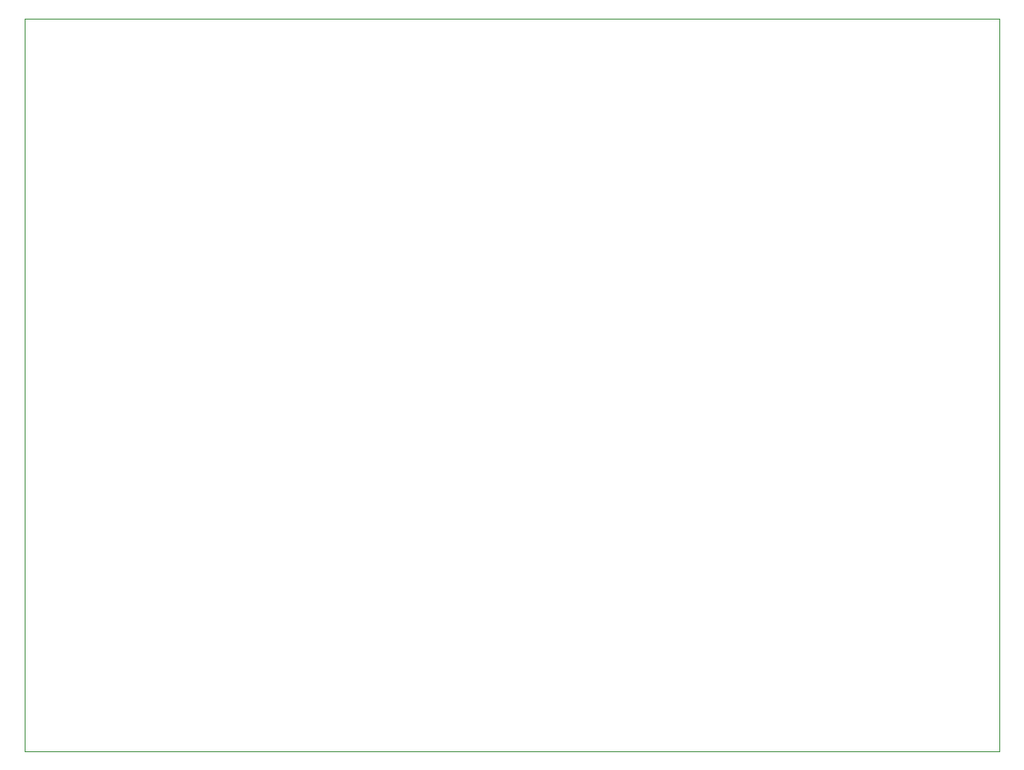
<source format=gm1>
G04 #@! TF.GenerationSoftware,KiCad,Pcbnew,(6.0.2)*
G04 #@! TF.CreationDate,2022-04-16T20:00:21+02:00*
G04 #@! TF.ProjectId,main,6d61696e-2e6b-4696-9361-645f70636258,rev?*
G04 #@! TF.SameCoordinates,Original*
G04 #@! TF.FileFunction,Profile,NP*
%FSLAX46Y46*%
G04 Gerber Fmt 4.6, Leading zero omitted, Abs format (unit mm)*
G04 Created by KiCad (PCBNEW (6.0.2)) date 2022-04-16 20:00:21*
%MOMM*%
%LPD*%
G01*
G04 APERTURE LIST*
G04 #@! TA.AperFunction,Profile*
%ADD10C,0.100000*%
G04 #@! TD*
G04 APERTURE END LIST*
D10*
X187000000Y-78000000D02*
X93000000Y-78000000D01*
X187000000Y-151000000D02*
X93000000Y-151000000D01*
X188000000Y-151000000D02*
X187000000Y-151000000D01*
X93000000Y-78000000D02*
X93000000Y-151000000D01*
X188000000Y-78000000D02*
X190000000Y-78000000D01*
X188000000Y-78000000D02*
X187000000Y-78000000D01*
X188000000Y-151000000D02*
X190000000Y-151000000D01*
X190000000Y-78000000D02*
X190000000Y-151000000D01*
M02*

</source>
